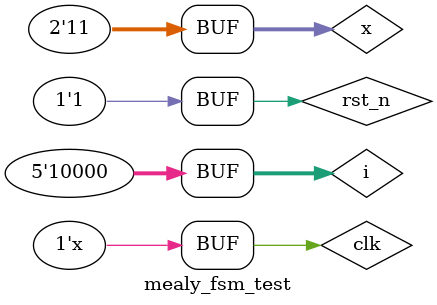
<source format=v>
`timescale 1ns / 1ps


module mealy_fsm_test;

	// Inputs
	reg [1:0] x;
	reg rst_n;
	reg clk;

	// Outputs
	wire y;
	
	reg [4:0] i;

	// Instantiate the Unit Under Test (UUT)
	mealy_fsm uut (
		.y(y), 
		.x(x), 
		.rst_n(rst_n), 
		.clk(clk)
	);

	initial begin
		// Initialize Inputs
		x = 0;
		rst_n = 0;
		clk = 0;

		// Wait 100 ns for global reset to finish
		#100;
        
		// Add stimulus here
		rst_n = 1;
		for (i=0; i<16; i= i+3) begin
			x = i[1:0];
			#20;
		end
		for (i=0; i<16; i= i+1) begin
			x = i[1:0];
			#20;
		end
	end
	always #10 clk = ~clk;
      
endmodule


</source>
